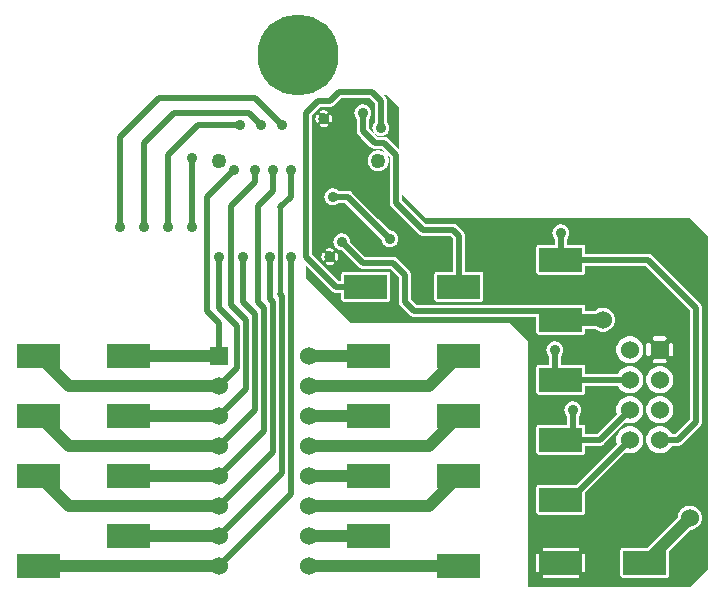
<source format=gbr>
G04 start of page 2 for group 0 idx 0 *
G04 Title: (unknown), top *
G04 Creator: pcb 20110918 *
G04 CreationDate: Mon Sep 15 22:10:26 2014 UTC *
G04 For: fosse *
G04 Format: Gerber/RS-274X *
G04 PCB-Dimensions: 375000 325000 *
G04 PCB-Coordinate-Origin: lower left *
%MOIN*%
%FSLAX25Y25*%
%LNTOP*%
%ADD146C,0.0354*%
%ADD145C,0.1160*%
%ADD144C,0.0380*%
%ADD143C,0.0280*%
%ADD142C,0.0350*%
%ADD141C,0.0360*%
%ADD140R,0.0807X0.0807*%
%ADD139C,0.0494*%
%ADD138C,0.2700*%
%ADD137C,0.0600*%
%ADD136C,0.0400*%
%ADD135C,0.0150*%
%ADD134C,0.0200*%
%ADD133C,0.0001*%
G54D133*G36*
X233194Y224197D02*X239444Y217947D01*
Y181603D01*
X234616Y176775D01*
X233486D01*
X233466Y176824D01*
X233194Y177268D01*
Y182282D01*
X233466Y182726D01*
X233737Y183380D01*
X233902Y184069D01*
X233944Y184775D01*
X233902Y185481D01*
X233737Y186170D01*
X233466Y186824D01*
X233194Y187268D01*
Y192282D01*
X233466Y192726D01*
X233737Y193380D01*
X233902Y194069D01*
X233944Y194775D01*
X233902Y195481D01*
X233737Y196170D01*
X233466Y196824D01*
X233194Y197268D01*
Y202523D01*
X233312Y202532D01*
X233426Y202560D01*
X233536Y202605D01*
X233636Y202666D01*
X233726Y202743D01*
X233803Y202833D01*
X233864Y202933D01*
X233909Y203043D01*
X233937Y203157D01*
X233944Y203275D01*
Y206275D01*
X233937Y206393D01*
X233909Y206507D01*
X233864Y206617D01*
X233803Y206717D01*
X233726Y206807D01*
X233636Y206884D01*
X233536Y206945D01*
X233426Y206990D01*
X233312Y207018D01*
X233194Y207027D01*
Y224197D01*
G37*
G36*
Y187268D02*X233096Y187428D01*
X232636Y187967D01*
X232097Y188427D01*
X231493Y188797D01*
X230839Y189068D01*
X230150Y189233D01*
X229851Y189257D01*
Y190293D01*
X230150Y190317D01*
X230839Y190482D01*
X231493Y190753D01*
X232097Y191123D01*
X232636Y191583D01*
X233096Y192122D01*
X233194Y192282D01*
Y187268D01*
G37*
G36*
Y177268D02*X233096Y177428D01*
X232636Y177967D01*
X232097Y178427D01*
X231493Y178797D01*
X230839Y179068D01*
X230150Y179233D01*
X229851Y179257D01*
Y180293D01*
X230150Y180317D01*
X230839Y180482D01*
X231493Y180753D01*
X232097Y181123D01*
X232636Y181583D01*
X233096Y182122D01*
X233194Y182282D01*
Y177268D01*
G37*
G36*
X229851Y227539D02*X233194Y224197D01*
Y207027D01*
X233076Y207018D01*
X232962Y206990D01*
X232852Y206945D01*
X232752Y206884D01*
X232662Y206807D01*
X232585Y206717D01*
X232524Y206617D01*
X232479Y206507D01*
X232451Y206393D01*
X232444Y206275D01*
Y203275D01*
X232451Y203157D01*
X232479Y203043D01*
X232524Y202933D01*
X232585Y202833D01*
X232662Y202743D01*
X232752Y202666D01*
X232852Y202605D01*
X232962Y202560D01*
X233076Y202532D01*
X233194Y202523D01*
Y197268D01*
X233096Y197428D01*
X232636Y197967D01*
X232097Y198427D01*
X231493Y198797D01*
X230839Y199068D01*
X230150Y199233D01*
X229851Y199257D01*
Y200275D01*
X230944D01*
X231062Y200282D01*
X231176Y200310D01*
X231286Y200355D01*
X231386Y200416D01*
X231476Y200493D01*
X231553Y200583D01*
X231614Y200683D01*
X231659Y200793D01*
X231687Y200907D01*
X231696Y201025D01*
X231687Y201143D01*
X231659Y201257D01*
X231614Y201367D01*
X231553Y201467D01*
X231476Y201557D01*
X231386Y201634D01*
X231286Y201695D01*
X231176Y201740D01*
X231062Y201768D01*
X230944Y201775D01*
X229851D01*
Y207775D01*
X230944D01*
X231062Y207782D01*
X231176Y207810D01*
X231286Y207855D01*
X231386Y207916D01*
X231476Y207993D01*
X231553Y208083D01*
X231614Y208183D01*
X231659Y208293D01*
X231687Y208407D01*
X231696Y208525D01*
X231687Y208643D01*
X231659Y208757D01*
X231614Y208867D01*
X231553Y208967D01*
X231476Y209057D01*
X231386Y209134D01*
X231286Y209195D01*
X231176Y209240D01*
X231062Y209268D01*
X230944Y209275D01*
X229851D01*
Y227539D01*
G37*
G36*
Y248775D02*X239444D01*
X245444Y242775D01*
Y131775D01*
X239444Y125775D01*
X229851D01*
Y128748D01*
X231785Y128749D01*
X231938Y128786D01*
X232084Y128846D01*
X232218Y128928D01*
X232338Y129030D01*
X232440Y129150D01*
X232522Y129284D01*
X232582Y129430D01*
X232619Y129583D01*
X232628Y129740D01*
X232620Y137708D01*
X239694Y144782D01*
X240072Y144812D01*
X240684Y144959D01*
X241266Y145200D01*
X241802Y145529D01*
X242281Y145938D01*
X242690Y146417D01*
X243019Y146953D01*
X243260Y147535D01*
X243407Y148147D01*
X243444Y148775D01*
X243407Y149403D01*
X243260Y150015D01*
X243019Y150597D01*
X242690Y151133D01*
X242281Y151612D01*
X241802Y152021D01*
X241266Y152350D01*
X240684Y152591D01*
X240072Y152738D01*
X239444Y152787D01*
X238816Y152738D01*
X238204Y152591D01*
X237622Y152350D01*
X237086Y152021D01*
X236607Y151612D01*
X236198Y151133D01*
X235869Y150597D01*
X235628Y150015D01*
X235481Y149403D01*
X235451Y149025D01*
X229851Y143425D01*
Y170293D01*
X230150Y170317D01*
X230839Y170482D01*
X231493Y170753D01*
X232097Y171123D01*
X232636Y171583D01*
X233096Y172122D01*
X233466Y172726D01*
X233486Y172775D01*
X235366D01*
X235444Y172769D01*
X235758Y172794D01*
X235758Y172794D01*
X236064Y172867D01*
X236355Y172987D01*
X236623Y173152D01*
X236863Y173356D01*
X236914Y173416D01*
X242803Y179305D01*
X242863Y179356D01*
X243067Y179596D01*
X243067Y179596D01*
X243232Y179864D01*
X243352Y180155D01*
X243425Y180461D01*
X243450Y180775D01*
X243444Y180853D01*
Y218697D01*
X243450Y218775D01*
X243425Y219089D01*
X243425Y219089D01*
X243352Y219395D01*
X243232Y219686D01*
X243067Y219954D01*
X242863Y220194D01*
X242803Y220245D01*
X229851Y233196D01*
Y248775D01*
G37*
G36*
X225694Y172282D02*X225792Y172122D01*
X226252Y171583D01*
X226791Y171123D01*
X227395Y170753D01*
X228049Y170482D01*
X228738Y170317D01*
X229444Y170261D01*
X229851Y170293D01*
Y143425D01*
X225694Y139268D01*
Y172282D01*
G37*
G36*
Y182282D02*X225792Y182122D01*
X226252Y181583D01*
X226791Y181123D01*
X227395Y180753D01*
X228049Y180482D01*
X228738Y180317D01*
X229444Y180261D01*
X229851Y180293D01*
Y179257D01*
X229444Y179289D01*
X228738Y179233D01*
X228049Y179068D01*
X227395Y178797D01*
X226791Y178427D01*
X226252Y177967D01*
X225792Y177428D01*
X225694Y177268D01*
Y182282D01*
G37*
G36*
Y192282D02*X225792Y192122D01*
X226252Y191583D01*
X226791Y191123D01*
X227395Y190753D01*
X228049Y190482D01*
X228738Y190317D01*
X229444Y190261D01*
X229851Y190293D01*
Y189257D01*
X229444Y189289D01*
X228738Y189233D01*
X228049Y189068D01*
X227395Y188797D01*
X226791Y188427D01*
X226252Y187967D01*
X225792Y187428D01*
X225694Y187268D01*
Y192282D01*
G37*
G36*
Y231697D02*X229851Y227539D01*
Y209275D01*
X227944D01*
X227826Y209268D01*
X227712Y209240D01*
X227602Y209195D01*
X227502Y209134D01*
X227412Y209057D01*
X227335Y208967D01*
X227274Y208867D01*
X227229Y208757D01*
X227201Y208643D01*
X227192Y208525D01*
X227201Y208407D01*
X227229Y208293D01*
X227274Y208183D01*
X227335Y208083D01*
X227412Y207993D01*
X227502Y207916D01*
X227602Y207855D01*
X227712Y207810D01*
X227826Y207782D01*
X227944Y207775D01*
X229851D01*
Y201775D01*
X227944D01*
X227826Y201768D01*
X227712Y201740D01*
X227602Y201695D01*
X227502Y201634D01*
X227412Y201557D01*
X227335Y201467D01*
X227274Y201367D01*
X227229Y201257D01*
X227201Y201143D01*
X227192Y201025D01*
X227201Y200907D01*
X227229Y200793D01*
X227274Y200683D01*
X227335Y200583D01*
X227412Y200493D01*
X227502Y200416D01*
X227602Y200355D01*
X227712Y200310D01*
X227826Y200282D01*
X227944Y200275D01*
X229851D01*
Y199257D01*
X229444Y199289D01*
X228738Y199233D01*
X228049Y199068D01*
X227395Y198797D01*
X226791Y198427D01*
X226252Y197967D01*
X225792Y197428D01*
X225694Y197268D01*
Y202523D01*
X225812Y202532D01*
X225926Y202560D01*
X226036Y202605D01*
X226136Y202666D01*
X226226Y202743D01*
X226303Y202833D01*
X226364Y202933D01*
X226409Y203043D01*
X226437Y203157D01*
X226444Y203275D01*
Y206275D01*
X226437Y206393D01*
X226409Y206507D01*
X226364Y206617D01*
X226303Y206717D01*
X226226Y206807D01*
X226136Y206884D01*
X226036Y206945D01*
X225926Y206990D01*
X225812Y207018D01*
X225694Y207027D01*
Y231697D01*
G37*
G36*
X229851Y125775D02*X225694D01*
Y128745D01*
X229851Y128748D01*
Y125775D01*
G37*
G36*
X219437Y170262D02*X219444Y170261D01*
X220150Y170317D01*
X220839Y170482D01*
X221493Y170753D01*
X222097Y171123D01*
X222636Y171583D01*
X223096Y172122D01*
X223466Y172726D01*
X223737Y173380D01*
X223902Y174069D01*
X223944Y174775D01*
X223902Y175481D01*
X223737Y176170D01*
X223466Y176824D01*
X223096Y177428D01*
X222636Y177967D01*
X222097Y178427D01*
X221493Y178797D01*
X220839Y179068D01*
X220150Y179233D01*
X219444Y179289D01*
X219437Y179288D01*
Y180262D01*
X219444Y180261D01*
X220150Y180317D01*
X220839Y180482D01*
X221493Y180753D01*
X222097Y181123D01*
X222636Y181583D01*
X223096Y182122D01*
X223466Y182726D01*
X223737Y183380D01*
X223902Y184069D01*
X223944Y184775D01*
X223902Y185481D01*
X223737Y186170D01*
X223466Y186824D01*
X223096Y187428D01*
X222636Y187967D01*
X222097Y188427D01*
X221493Y188797D01*
X220839Y189068D01*
X220150Y189233D01*
X219444Y189289D01*
X219437Y189288D01*
Y190262D01*
X219444Y190261D01*
X220150Y190317D01*
X220839Y190482D01*
X221493Y190753D01*
X222097Y191123D01*
X222636Y191583D01*
X223096Y192122D01*
X223466Y192726D01*
X223737Y193380D01*
X223902Y194069D01*
X223944Y194775D01*
X223902Y195481D01*
X223737Y196170D01*
X223466Y196824D01*
X223096Y197428D01*
X222636Y197967D01*
X222097Y198427D01*
X221493Y198797D01*
X220839Y199068D01*
X220150Y199233D01*
X219444Y199289D01*
X219437Y199288D01*
Y200262D01*
X219444Y200261D01*
X220150Y200317D01*
X220839Y200482D01*
X221493Y200753D01*
X222097Y201123D01*
X222636Y201583D01*
X223096Y202122D01*
X223466Y202726D01*
X223737Y203380D01*
X223902Y204069D01*
X223944Y204775D01*
X223902Y205481D01*
X223737Y206170D01*
X223466Y206824D01*
X223096Y207428D01*
X222636Y207967D01*
X222097Y208427D01*
X221493Y208797D01*
X220839Y209068D01*
X220150Y209233D01*
X219444Y209289D01*
X219437Y209288D01*
Y232775D01*
X224616D01*
X225694Y231697D01*
Y207027D01*
X225576Y207018D01*
X225462Y206990D01*
X225352Y206945D01*
X225252Y206884D01*
X225162Y206807D01*
X225085Y206717D01*
X225024Y206617D01*
X224979Y206507D01*
X224951Y206393D01*
X224944Y206275D01*
Y203275D01*
X224951Y203157D01*
X224979Y203043D01*
X225024Y202933D01*
X225085Y202833D01*
X225162Y202743D01*
X225252Y202666D01*
X225352Y202605D01*
X225462Y202560D01*
X225576Y202532D01*
X225694Y202523D01*
Y197268D01*
X225422Y196824D01*
X225151Y196170D01*
X224986Y195481D01*
X224930Y194775D01*
X224986Y194069D01*
X225151Y193380D01*
X225422Y192726D01*
X225694Y192282D01*
Y187268D01*
X225422Y186824D01*
X225151Y186170D01*
X224986Y185481D01*
X224930Y184775D01*
X224986Y184069D01*
X225151Y183380D01*
X225422Y182726D01*
X225694Y182282D01*
Y177268D01*
X225422Y176824D01*
X225151Y176170D01*
X224986Y175481D01*
X224930Y174775D01*
X224986Y174069D01*
X225151Y173380D01*
X225422Y172726D01*
X225694Y172282D01*
Y139268D01*
X225233Y138806D01*
X219437Y138803D01*
Y170262D01*
G37*
G36*
X225694Y125775D02*X219437D01*
Y128741D01*
X225694Y128745D01*
Y125775D01*
G37*
G36*
X219437Y199288D02*X218738Y199233D01*
X218049Y199068D01*
X217395Y198797D01*
X216791Y198427D01*
X216252Y197967D01*
X215792Y197428D01*
X215422Y196824D01*
X215402Y196775D01*
X204622D01*
X204619Y198967D01*
X204582Y199120D01*
X204522Y199266D01*
X204440Y199400D01*
X204338Y199520D01*
X204218Y199622D01*
X204084Y199704D01*
X203938Y199764D01*
X203785Y199801D01*
X203628Y199810D01*
X196444Y199806D01*
Y202805D01*
X196716Y203124D01*
X196947Y203500D01*
X197115Y203907D01*
X197218Y204336D01*
X197244Y204775D01*
X197218Y205214D01*
X197115Y205643D01*
X196947Y206050D01*
X196716Y206426D01*
X196444Y206745D01*
Y209744D01*
X203785Y209749D01*
X203938Y209786D01*
X204084Y209846D01*
X204218Y209928D01*
X204338Y210030D01*
X204440Y210150D01*
X204522Y210284D01*
X204582Y210430D01*
X204619Y210583D01*
X204628Y210740D01*
X204627Y211775D01*
X207798D01*
X208086Y211529D01*
X208622Y211200D01*
X209204Y210959D01*
X209816Y210812D01*
X210444Y210763D01*
X211072Y210812D01*
X211684Y210959D01*
X212266Y211200D01*
X212802Y211529D01*
X213281Y211938D01*
X213690Y212417D01*
X214019Y212953D01*
X214260Y213535D01*
X214407Y214147D01*
X214444Y214775D01*
X214407Y215403D01*
X214260Y216015D01*
X214019Y216597D01*
X213690Y217133D01*
X213281Y217612D01*
X212802Y218021D01*
X212266Y218350D01*
X211684Y218591D01*
X211072Y218738D01*
X210444Y218787D01*
X209816Y218738D01*
X209204Y218591D01*
X208622Y218350D01*
X208086Y218021D01*
X207798Y217775D01*
X204621D01*
X204619Y218967D01*
X204582Y219120D01*
X204522Y219266D01*
X204440Y219400D01*
X204338Y219520D01*
X204218Y219622D01*
X204084Y219704D01*
X203938Y219764D01*
X203785Y219801D01*
X203628Y219810D01*
X196444Y219806D01*
Y229744D01*
X203785Y229749D01*
X203938Y229786D01*
X204084Y229846D01*
X204218Y229928D01*
X204338Y230030D01*
X204440Y230150D01*
X204522Y230284D01*
X204582Y230430D01*
X204619Y230583D01*
X204628Y230740D01*
X204626Y232775D01*
X219437D01*
Y209288D01*
X218738Y209233D01*
X218049Y209068D01*
X217395Y208797D01*
X216791Y208427D01*
X216252Y207967D01*
X215792Y207428D01*
X215422Y206824D01*
X215151Y206170D01*
X214986Y205481D01*
X214930Y204775D01*
X214986Y204069D01*
X215151Y203380D01*
X215422Y202726D01*
X215792Y202122D01*
X216252Y201583D01*
X216791Y201123D01*
X217395Y200753D01*
X218049Y200482D01*
X218738Y200317D01*
X219437Y200262D01*
Y199288D01*
G37*
G36*
Y189288D02*X218738Y189233D01*
X218049Y189068D01*
X217395Y188797D01*
X216791Y188427D01*
X216252Y187967D01*
X215792Y187428D01*
X215422Y186824D01*
X215151Y186170D01*
X214986Y185481D01*
X214930Y184775D01*
X214986Y184069D01*
X215151Y183380D01*
X215171Y183331D01*
X208616Y176775D01*
X204622D01*
X204619Y178967D01*
X204582Y179120D01*
X204522Y179266D01*
X204440Y179400D01*
X204338Y179520D01*
X204218Y179622D01*
X204084Y179704D01*
X203938Y179764D01*
X203785Y179801D01*
X203628Y179810D01*
X202444Y179810D01*
Y182805D01*
X202716Y183124D01*
X202947Y183500D01*
X203115Y183907D01*
X203218Y184336D01*
X203244Y184775D01*
X203218Y185214D01*
X203115Y185643D01*
X202947Y186050D01*
X202716Y186426D01*
X202430Y186761D01*
X202095Y187047D01*
X201719Y187278D01*
X201312Y187446D01*
X200883Y187549D01*
X200444Y187584D01*
X200005Y187549D01*
X199576Y187446D01*
X199169Y187278D01*
X198793Y187047D01*
X198458Y186761D01*
X198172Y186426D01*
X197941Y186050D01*
X197773Y185643D01*
X197670Y185214D01*
X197635Y184775D01*
X197670Y184336D01*
X197773Y183907D01*
X197941Y183500D01*
X198172Y183124D01*
X198444Y182805D01*
Y179807D01*
X196444Y179806D01*
Y189744D01*
X203785Y189749D01*
X203938Y189786D01*
X204084Y189846D01*
X204218Y189928D01*
X204338Y190030D01*
X204440Y190150D01*
X204522Y190284D01*
X204582Y190430D01*
X204619Y190583D01*
X204628Y190740D01*
X204626Y192775D01*
X215402D01*
X215422Y192726D01*
X215792Y192122D01*
X216252Y191583D01*
X216791Y191123D01*
X217395Y190753D01*
X218049Y190482D01*
X218738Y190317D01*
X219437Y190262D01*
Y189288D01*
G37*
G36*
Y179288D02*X218738Y179233D01*
X218049Y179068D01*
X217395Y178797D01*
X216791Y178427D01*
X216252Y177967D01*
X215792Y177428D01*
X215422Y176824D01*
X215151Y176170D01*
X214986Y175481D01*
X214930Y174775D01*
X214986Y174069D01*
X215151Y173380D01*
X215171Y173331D01*
X201650Y159809D01*
X196444Y159806D01*
Y169744D01*
X203785Y169749D01*
X203938Y169786D01*
X204084Y169846D01*
X204218Y169928D01*
X204338Y170030D01*
X204440Y170150D01*
X204522Y170284D01*
X204582Y170430D01*
X204619Y170583D01*
X204628Y170740D01*
X204626Y172775D01*
X209366D01*
X209444Y172769D01*
X209758Y172794D01*
X210064Y172867D01*
X210355Y172987D01*
X210623Y173152D01*
X210863Y173356D01*
X210914Y173416D01*
X218000Y180502D01*
X218049Y180482D01*
X218738Y180317D01*
X219437Y180262D01*
Y179288D01*
G37*
G36*
Y125775D02*X196444D01*
Y128744D01*
X203785Y128749D01*
X203938Y128786D01*
X204084Y128846D01*
X204218Y128928D01*
X204338Y129030D01*
X204440Y129150D01*
X204522Y129284D01*
X204582Y129430D01*
X204619Y129583D01*
X204628Y129740D01*
X204619Y137967D01*
X204582Y138120D01*
X204522Y138266D01*
X204440Y138400D01*
X204338Y138520D01*
X204218Y138622D01*
X204084Y138704D01*
X203938Y138764D01*
X203785Y138801D01*
X203628Y138810D01*
X196444Y138806D01*
Y149744D01*
X203785Y149749D01*
X203938Y149786D01*
X204084Y149846D01*
X204218Y149928D01*
X204338Y150030D01*
X204440Y150150D01*
X204522Y150284D01*
X204582Y150430D01*
X204619Y150583D01*
X204628Y150740D01*
X204621Y157124D01*
X218000Y170502D01*
X218049Y170482D01*
X218738Y170317D01*
X219437Y170262D01*
Y138803D01*
X217102Y138801D01*
X216949Y138764D01*
X216803Y138704D01*
X216669Y138622D01*
X216549Y138520D01*
X216447Y138400D01*
X216365Y138266D01*
X216305Y138120D01*
X216268Y137967D01*
X216258Y137810D01*
X216268Y129583D01*
X216305Y129430D01*
X216365Y129284D01*
X216447Y129150D01*
X216549Y129030D01*
X216669Y128928D01*
X216803Y128846D01*
X216949Y128786D01*
X217102Y128749D01*
X217258Y128740D01*
X219437Y128741D01*
Y125775D01*
G37*
G36*
X196444Y248775D02*X229851D01*
Y233196D01*
X226914Y236134D01*
X226863Y236194D01*
X226623Y236398D01*
X226623Y236398D01*
X226355Y236563D01*
X226064Y236683D01*
X225758Y236756D01*
X225444Y236781D01*
X225366Y236775D01*
X204622D01*
X204619Y238967D01*
X204582Y239120D01*
X204522Y239266D01*
X204440Y239400D01*
X204338Y239520D01*
X204218Y239622D01*
X204084Y239704D01*
X203938Y239764D01*
X203785Y239801D01*
X203628Y239810D01*
X198444Y239807D01*
Y241805D01*
X198716Y242124D01*
X198947Y242500D01*
X199115Y242907D01*
X199218Y243336D01*
X199244Y243775D01*
X199218Y244214D01*
X199115Y244643D01*
X198947Y245050D01*
X198716Y245426D01*
X198430Y245761D01*
X198095Y246047D01*
X197719Y246278D01*
X197312Y246446D01*
X196883Y246549D01*
X196444Y246584D01*
X196444Y246584D01*
Y248775D01*
G37*
G36*
X129940Y288775D02*X132616D01*
X134444Y286947D01*
Y280745D01*
X134172Y280426D01*
X133941Y280050D01*
X133773Y279643D01*
X133670Y279214D01*
X133635Y278775D01*
X133670Y278336D01*
X133773Y277907D01*
X133941Y277500D01*
X134172Y277124D01*
X134458Y276789D01*
X134793Y276503D01*
X135169Y276272D01*
X135576Y276104D01*
X136005Y276001D01*
X136444Y275966D01*
X136883Y276001D01*
X137312Y276104D01*
X137719Y276272D01*
X138095Y276503D01*
X138430Y276789D01*
X138716Y277124D01*
X138947Y277500D01*
X139115Y277907D01*
X139218Y278336D01*
X139244Y278775D01*
X139218Y279214D01*
X139115Y279643D01*
X138947Y280050D01*
X138716Y280426D01*
X138444Y280745D01*
Y287697D01*
X138450Y287775D01*
X138425Y288089D01*
X138352Y288395D01*
X138232Y288686D01*
X138067Y288954D01*
X138067Y288954D01*
X137863Y289194D01*
X137803Y289245D01*
X135272Y291775D01*
X135444D01*
X137444Y289775D01*
X138444D01*
X142444Y285775D01*
Y271603D01*
X138914Y275134D01*
X138863Y275194D01*
X138623Y275398D01*
X138355Y275563D01*
X138064Y275683D01*
X137758Y275756D01*
X137758Y275756D01*
X137444Y275781D01*
X137366Y275775D01*
X135272D01*
X132444Y278603D01*
Y281805D01*
X132716Y282124D01*
X132947Y282500D01*
X133115Y282907D01*
X133218Y283336D01*
X133244Y283775D01*
X133218Y284214D01*
X133115Y284643D01*
X132947Y285050D01*
X132716Y285426D01*
X132430Y285761D01*
X132095Y286047D01*
X131719Y286278D01*
X131312Y286446D01*
X130883Y286549D01*
X130444Y286584D01*
X130005Y286549D01*
X129940Y286533D01*
Y288775D01*
G37*
G36*
Y231839D02*X130130Y231794D01*
X130444Y231769D01*
X130522Y231775D01*
X139616D01*
X142444Y228947D01*
Y220853D01*
X142438Y220775D01*
X142463Y220461D01*
X142536Y220155D01*
X142656Y219864D01*
X142821Y219596D01*
X142821Y219596D01*
X143025Y219356D01*
X143085Y219305D01*
X145974Y216416D01*
X146025Y216356D01*
X146265Y216152D01*
X146265Y216152D01*
X146533Y215987D01*
X146739Y215902D01*
X146824Y215867D01*
X146898Y215849D01*
X147130Y215794D01*
X147444Y215769D01*
X147522Y215775D01*
X188262D01*
X188268Y210583D01*
X188305Y210430D01*
X188365Y210284D01*
X188447Y210150D01*
X188549Y210030D01*
X188669Y209928D01*
X188803Y209846D01*
X188949Y209786D01*
X189102Y209749D01*
X189258Y209740D01*
X196444Y209744D01*
Y206745D01*
X196430Y206761D01*
X196095Y207047D01*
X195719Y207278D01*
X195312Y207446D01*
X194883Y207549D01*
X194444Y207584D01*
X194005Y207549D01*
X193576Y207446D01*
X193169Y207278D01*
X192793Y207047D01*
X192458Y206761D01*
X192172Y206426D01*
X191941Y206050D01*
X191773Y205643D01*
X191670Y205214D01*
X191635Y204775D01*
X191670Y204336D01*
X191773Y203907D01*
X191941Y203500D01*
X192172Y203124D01*
X192444Y202805D01*
Y199803D01*
X189102Y199801D01*
X188949Y199764D01*
X188803Y199704D01*
X188669Y199622D01*
X188549Y199520D01*
X188447Y199400D01*
X188365Y199266D01*
X188305Y199120D01*
X188268Y198967D01*
X188258Y198810D01*
X188268Y190583D01*
X188305Y190430D01*
X188365Y190284D01*
X188447Y190150D01*
X188549Y190030D01*
X188669Y189928D01*
X188803Y189846D01*
X188949Y189786D01*
X189102Y189749D01*
X189258Y189740D01*
X196444Y189744D01*
Y179806D01*
X189102Y179801D01*
X188949Y179764D01*
X188803Y179704D01*
X188669Y179622D01*
X188549Y179520D01*
X188447Y179400D01*
X188365Y179266D01*
X188305Y179120D01*
X188268Y178967D01*
X188258Y178810D01*
X188268Y170583D01*
X188305Y170430D01*
X188365Y170284D01*
X188447Y170150D01*
X188549Y170030D01*
X188669Y169928D01*
X188803Y169846D01*
X188949Y169786D01*
X189102Y169749D01*
X189258Y169740D01*
X196444Y169744D01*
Y159806D01*
X189102Y159801D01*
X188949Y159764D01*
X188803Y159704D01*
X188669Y159622D01*
X188549Y159520D01*
X188447Y159400D01*
X188365Y159266D01*
X188305Y159120D01*
X188268Y158967D01*
X188258Y158810D01*
X188268Y150583D01*
X188305Y150430D01*
X188365Y150284D01*
X188447Y150150D01*
X188549Y150030D01*
X188669Y149928D01*
X188803Y149846D01*
X188949Y149786D01*
X189102Y149749D01*
X189258Y149740D01*
X196444Y149744D01*
Y138806D01*
X189102Y138801D01*
X188949Y138764D01*
X188803Y138704D01*
X188669Y138622D01*
X188549Y138520D01*
X188447Y138400D01*
X188365Y138266D01*
X188305Y138120D01*
X188268Y137967D01*
X188258Y137810D01*
X188268Y129583D01*
X188305Y129430D01*
X188365Y129284D01*
X188447Y129150D01*
X188549Y129030D01*
X188669Y128928D01*
X188803Y128846D01*
X188949Y128786D01*
X189102Y128749D01*
X189258Y128740D01*
X196444Y128744D01*
Y125775D01*
X185444D01*
Y207775D01*
X179444Y213775D01*
X129940D01*
Y220743D01*
X138785Y220749D01*
X138938Y220786D01*
X139084Y220846D01*
X139218Y220928D01*
X139338Y221030D01*
X139440Y221150D01*
X139522Y221284D01*
X139582Y221430D01*
X139619Y221583D01*
X139628Y221740D01*
X139619Y229967D01*
X139582Y230120D01*
X139522Y230266D01*
X139440Y230400D01*
X139338Y230520D01*
X139218Y230622D01*
X139084Y230704D01*
X138938Y230764D01*
X138785Y230801D01*
X138628Y230810D01*
X129940Y230805D01*
Y231839D01*
G37*
G36*
X154258Y229810D02*X154268Y221583D01*
X154305Y221430D01*
X154365Y221284D01*
X154447Y221150D01*
X154549Y221030D01*
X154669Y220928D01*
X154803Y220846D01*
X154949Y220786D01*
X155102Y220749D01*
X155258Y220740D01*
X169785Y220749D01*
X169938Y220786D01*
X170084Y220846D01*
X170218Y220928D01*
X170338Y221030D01*
X170440Y221150D01*
X170522Y221284D01*
X170582Y221430D01*
X170619Y221583D01*
X170628Y221740D01*
X170619Y229967D01*
X170582Y230120D01*
X170522Y230266D01*
X170440Y230400D01*
X170338Y230520D01*
X170218Y230622D01*
X170084Y230704D01*
X169938Y230764D01*
X169785Y230801D01*
X169628Y230810D01*
X164444Y230807D01*
Y242697D01*
X164450Y242775D01*
X164425Y243089D01*
X164352Y243395D01*
X164232Y243686D01*
X164067Y243954D01*
X164067Y243954D01*
X163863Y244194D01*
X163803Y244245D01*
X161914Y246134D01*
X161863Y246194D01*
X161623Y246398D01*
X161355Y246563D01*
X161064Y246683D01*
X160758Y246756D01*
X160758Y246756D01*
X160444Y246781D01*
X160366Y246775D01*
X151272D01*
X143444Y254603D01*
Y256775D01*
X151444Y248775D01*
X196444D01*
Y246584D01*
X196005Y246549D01*
X195576Y246446D01*
X195169Y246278D01*
X194793Y246047D01*
X194458Y245761D01*
X194172Y245426D01*
X193941Y245050D01*
X193773Y244643D01*
X193670Y244214D01*
X193635Y243775D01*
X193670Y243336D01*
X193773Y242907D01*
X193941Y242500D01*
X194172Y242124D01*
X194444Y241805D01*
Y239805D01*
X189102Y239801D01*
X188949Y239764D01*
X188803Y239704D01*
X188669Y239622D01*
X188549Y239520D01*
X188447Y239400D01*
X188365Y239266D01*
X188305Y239120D01*
X188268Y238967D01*
X188258Y238810D01*
X188268Y230583D01*
X188305Y230430D01*
X188365Y230284D01*
X188447Y230150D01*
X188549Y230030D01*
X188669Y229928D01*
X188803Y229846D01*
X188949Y229786D01*
X189102Y229749D01*
X189258Y229740D01*
X196444Y229744D01*
Y219806D01*
X189102Y219801D01*
X188992Y219775D01*
X148272D01*
X146444Y221603D01*
Y229697D01*
X146450Y229775D01*
X146425Y230089D01*
X146352Y230395D01*
X146232Y230686D01*
X146067Y230954D01*
X146067Y230954D01*
X145863Y231194D01*
X145803Y231245D01*
X141914Y235134D01*
X141863Y235194D01*
X141623Y235398D01*
X141355Y235563D01*
X141064Y235683D01*
X140758Y235756D01*
X140758Y235756D01*
X140444Y235781D01*
X140366Y235775D01*
X135569D01*
Y242822D01*
X136637Y241754D01*
X136670Y241336D01*
X136773Y240907D01*
X136941Y240500D01*
X137172Y240124D01*
X137458Y239789D01*
X137793Y239503D01*
X138169Y239272D01*
X138576Y239104D01*
X139005Y239001D01*
X139444Y238966D01*
X139883Y239001D01*
X140312Y239104D01*
X140719Y239272D01*
X141095Y239503D01*
X141430Y239789D01*
X141716Y240124D01*
X141947Y240500D01*
X142115Y240907D01*
X142218Y241336D01*
X142244Y241775D01*
X142218Y242214D01*
X142115Y242643D01*
X141947Y243050D01*
X141716Y243426D01*
X141430Y243761D01*
X141095Y244047D01*
X140719Y244278D01*
X140312Y244446D01*
X139883Y244549D01*
X139465Y244582D01*
X135569Y248479D01*
Y264313D01*
X135574Y264313D01*
X136119Y264356D01*
X136650Y264483D01*
X137155Y264692D01*
X137621Y264978D01*
X138036Y265333D01*
X138391Y265748D01*
X138677Y266214D01*
X138886Y266719D01*
X139013Y267250D01*
X139046Y267795D01*
X139013Y268340D01*
X138886Y268871D01*
X138677Y269376D01*
X138391Y269842D01*
X138036Y270257D01*
X137621Y270612D01*
X137155Y270898D01*
X136650Y271107D01*
X136119Y271234D01*
X135574Y271277D01*
X135569Y271277D01*
Y271775D01*
X136616D01*
X139444Y268947D01*
Y253853D01*
X139438Y253775D01*
X139463Y253461D01*
X139536Y253155D01*
X139656Y252864D01*
X139821Y252596D01*
X139821Y252596D01*
X140025Y252356D01*
X140085Y252305D01*
X148974Y243416D01*
X149025Y243356D01*
X149265Y243152D01*
X149265Y243152D01*
X149533Y242987D01*
X149739Y242902D01*
X149824Y242867D01*
X149898Y242849D01*
X150130Y242794D01*
X150444Y242769D01*
X150522Y242775D01*
X159616D01*
X160444Y241947D01*
Y230805D01*
X155102Y230801D01*
X154949Y230764D01*
X154803Y230704D01*
X154669Y230622D01*
X154549Y230520D01*
X154447Y230400D01*
X154365Y230266D01*
X154305Y230120D01*
X154268Y229967D01*
X154258Y229810D01*
G37*
G36*
X135569Y248479D02*X129940Y254108D01*
Y275451D01*
X132974Y272416D01*
X133025Y272356D01*
X133265Y272152D01*
X133265Y272152D01*
X133533Y271987D01*
X133739Y271902D01*
X133824Y271867D01*
X133898Y271849D01*
X134130Y271794D01*
X134444Y271769D01*
X134522Y271775D01*
X135569D01*
Y271277D01*
X135029Y271234D01*
X134498Y271107D01*
X133993Y270898D01*
X133527Y270612D01*
X133112Y270257D01*
X132757Y269842D01*
X132471Y269376D01*
X132262Y268871D01*
X132135Y268340D01*
X132092Y267795D01*
X132135Y267250D01*
X132262Y266719D01*
X132471Y266214D01*
X132757Y265748D01*
X133112Y265333D01*
X133527Y264978D01*
X133993Y264692D01*
X134498Y264483D01*
X135029Y264356D01*
X135569Y264313D01*
Y248479D01*
G37*
G36*
Y235775D02*X131272D01*
X129940Y237108D01*
Y248451D01*
X135569Y242822D01*
Y235775D01*
G37*
G36*
X129940Y213775D02*X126444D01*
X111444Y228775D01*
Y232947D01*
X119974Y224416D01*
X120025Y224356D01*
X120265Y224152D01*
X120265Y224152D01*
X120533Y223987D01*
X120739Y223902D01*
X120824Y223867D01*
X120898Y223849D01*
X121130Y223794D01*
X121444Y223769D01*
X121522Y223775D01*
X123265D01*
X123268Y221583D01*
X123305Y221430D01*
X123365Y221284D01*
X123447Y221150D01*
X123549Y221030D01*
X123669Y220928D01*
X123803Y220846D01*
X123949Y220786D01*
X124102Y220749D01*
X124258Y220740D01*
X129940Y220743D01*
Y213775D01*
G37*
G36*
X119445Y285769D02*X119758Y285794D01*
X120064Y285867D01*
X120355Y285987D01*
X120623Y286152D01*
X120863Y286356D01*
X120914Y286416D01*
X123272Y288775D01*
X129940D01*
Y286533D01*
X129576Y286446D01*
X129169Y286278D01*
X128793Y286047D01*
X128458Y285761D01*
X128172Y285426D01*
X127941Y285050D01*
X127773Y284643D01*
X127670Y284214D01*
X127635Y283775D01*
X127670Y283336D01*
X127773Y282907D01*
X127941Y282500D01*
X128172Y282124D01*
X128444Y281805D01*
Y277853D01*
X128438Y277775D01*
X128463Y277461D01*
X128518Y277229D01*
X128536Y277155D01*
X128571Y277070D01*
X128656Y276864D01*
X128821Y276596D01*
X128821Y276596D01*
X129025Y276356D01*
X129085Y276305D01*
X129940Y275451D01*
Y254108D01*
X126914Y257134D01*
X126863Y257194D01*
X126623Y257398D01*
X126355Y257563D01*
X126064Y257683D01*
X125758Y257756D01*
X125758Y257756D01*
X125444Y257781D01*
X125366Y257775D01*
X122414D01*
X122095Y258047D01*
X121719Y258278D01*
X121312Y258446D01*
X120883Y258549D01*
X120444Y258584D01*
X120005Y258549D01*
X119576Y258446D01*
X119445Y258392D01*
Y280510D01*
X119508Y280493D01*
X119586Y280484D01*
X119664Y280487D01*
X119742Y280503D01*
X119815Y280530D01*
X119884Y280569D01*
X119946Y280618D01*
X119999Y280676D01*
X120042Y280741D01*
X120074Y280813D01*
X120150Y281046D01*
X120204Y281286D01*
X120236Y281530D01*
X120247Y281775D01*
X120236Y282020D01*
X120204Y282264D01*
X120150Y282504D01*
X120076Y282738D01*
X120044Y282810D01*
X120000Y282875D01*
X119947Y282934D01*
X119885Y282983D01*
X119816Y283021D01*
X119742Y283049D01*
X119665Y283065D01*
X119586Y283068D01*
X119507Y283059D01*
X119445Y283041D01*
Y285769D01*
G37*
G36*
X121674Y238605D02*X121793Y238503D01*
X122169Y238272D01*
X122576Y238104D01*
X123005Y238001D01*
X123423Y237968D01*
X128974Y232416D01*
X129025Y232356D01*
X129265Y232152D01*
X129265Y232152D01*
X129533Y231987D01*
X129739Y231902D01*
X129824Y231867D01*
X129898Y231849D01*
X129940Y231839D01*
Y230805D01*
X124102Y230801D01*
X123949Y230764D01*
X123803Y230704D01*
X123669Y230622D01*
X123549Y230520D01*
X123447Y230400D01*
X123365Y230266D01*
X123305Y230120D01*
X123268Y229967D01*
X123258Y229810D01*
X123261Y227775D01*
X122272D01*
X121674Y228374D01*
Y234489D01*
X121742Y234503D01*
X121815Y234530D01*
X121884Y234569D01*
X121946Y234618D01*
X121999Y234676D01*
X122042Y234741D01*
X122074Y234813D01*
X122150Y235046D01*
X122204Y235286D01*
X122236Y235530D01*
X122247Y235775D01*
X122236Y236020D01*
X122204Y236264D01*
X122150Y236504D01*
X122076Y236738D01*
X122044Y236810D01*
X122000Y236875D01*
X121947Y236934D01*
X121885Y236983D01*
X121816Y237021D01*
X121742Y237049D01*
X121674Y237063D01*
Y238605D01*
G37*
G36*
X129940Y237108D02*X126242Y240805D01*
X126218Y241214D01*
X126115Y241643D01*
X125947Y242050D01*
X125716Y242426D01*
X125430Y242761D01*
X125095Y243047D01*
X124719Y243278D01*
X124312Y243446D01*
X123883Y243549D01*
X123444Y243584D01*
X123005Y243549D01*
X122576Y243446D01*
X122169Y243278D01*
X121793Y243047D01*
X121674Y242945D01*
Y253254D01*
X121719Y253272D01*
X122095Y253503D01*
X122414Y253775D01*
X124616D01*
X129940Y248451D01*
Y237108D01*
G37*
G36*
X121674Y242945D02*X121458Y242761D01*
X121172Y242426D01*
X120941Y242050D01*
X120773Y241643D01*
X120670Y241214D01*
X120635Y240775D01*
X120670Y240336D01*
X120773Y239907D01*
X120941Y239500D01*
X121172Y239124D01*
X121458Y238789D01*
X121674Y238605D01*
Y237063D01*
X121665Y237065D01*
X121586Y237068D01*
X121507Y237059D01*
X121431Y237038D01*
X121359Y237005D01*
X121294Y236961D01*
X121235Y236908D01*
X121186Y236846D01*
X121148Y236777D01*
X121120Y236703D01*
X121104Y236626D01*
X121101Y236547D01*
X121110Y236468D01*
X121133Y236393D01*
X121182Y236243D01*
X121216Y236089D01*
X121237Y235933D01*
X121244Y235775D01*
X121237Y235617D01*
X121216Y235461D01*
X121182Y235307D01*
X121134Y235157D01*
X121112Y235081D01*
X121103Y235003D01*
X121106Y234925D01*
X121122Y234848D01*
X121149Y234774D01*
X121188Y234705D01*
X121237Y234644D01*
X121295Y234590D01*
X121360Y234547D01*
X121432Y234514D01*
X121508Y234493D01*
X121586Y234484D01*
X121664Y234487D01*
X121674Y234489D01*
Y228374D01*
X119445Y230603D01*
Y232972D01*
X119689Y232983D01*
X119933Y233015D01*
X120173Y233069D01*
X120407Y233143D01*
X120479Y233175D01*
X120544Y233219D01*
X120603Y233272D01*
X120652Y233334D01*
X120690Y233403D01*
X120718Y233477D01*
X120734Y233554D01*
X120737Y233633D01*
X120728Y233712D01*
X120707Y233788D01*
X120674Y233860D01*
X120630Y233925D01*
X120577Y233984D01*
X120515Y234033D01*
X120446Y234071D01*
X120372Y234099D01*
X120295Y234115D01*
X120216Y234118D01*
X120137Y234109D01*
X120062Y234086D01*
X119912Y234037D01*
X119758Y234003D01*
X119602Y233982D01*
X119445Y233975D01*
Y237575D01*
X119602Y237568D01*
X119758Y237547D01*
X119912Y237513D01*
X120062Y237465D01*
X120138Y237443D01*
X120216Y237434D01*
X120294Y237437D01*
X120371Y237453D01*
X120445Y237480D01*
X120514Y237519D01*
X120575Y237568D01*
X120629Y237626D01*
X120672Y237691D01*
X120705Y237763D01*
X120726Y237839D01*
X120735Y237917D01*
X120732Y237995D01*
X120716Y238073D01*
X120689Y238146D01*
X120650Y238215D01*
X120601Y238277D01*
X120543Y238330D01*
X120478Y238373D01*
X120406Y238405D01*
X120173Y238481D01*
X119933Y238535D01*
X119689Y238567D01*
X119445Y238578D01*
Y253158D01*
X119576Y253104D01*
X120005Y253001D01*
X120444Y252966D01*
X120883Y253001D01*
X121312Y253104D01*
X121674Y253254D01*
Y242945D01*
G37*
G36*
X119445Y230603D02*X117214Y232833D01*
Y234487D01*
X117223Y234485D01*
X117302Y234482D01*
X117381Y234491D01*
X117457Y234512D01*
X117529Y234545D01*
X117594Y234589D01*
X117653Y234642D01*
X117702Y234704D01*
X117740Y234773D01*
X117768Y234847D01*
X117784Y234924D01*
X117787Y235003D01*
X117778Y235082D01*
X117755Y235157D01*
X117706Y235307D01*
X117672Y235461D01*
X117651Y235617D01*
X117644Y235775D01*
X117651Y235933D01*
X117672Y236089D01*
X117706Y236243D01*
X117754Y236393D01*
X117776Y236469D01*
X117785Y236547D01*
X117782Y236625D01*
X117766Y236702D01*
X117739Y236776D01*
X117700Y236845D01*
X117651Y236906D01*
X117593Y236960D01*
X117528Y237003D01*
X117456Y237036D01*
X117380Y237057D01*
X117302Y237066D01*
X117224Y237063D01*
X117214Y237061D01*
Y278982D01*
X117444Y278972D01*
X117689Y278983D01*
X117933Y279015D01*
X118173Y279069D01*
X118407Y279143D01*
X118479Y279175D01*
X118544Y279219D01*
X118603Y279272D01*
X118652Y279334D01*
X118690Y279403D01*
X118718Y279477D01*
X118734Y279554D01*
X118737Y279633D01*
X118728Y279712D01*
X118707Y279788D01*
X118674Y279860D01*
X118630Y279925D01*
X118577Y279984D01*
X118515Y280033D01*
X118446Y280071D01*
X118372Y280099D01*
X118295Y280115D01*
X118216Y280118D01*
X118137Y280109D01*
X118062Y280086D01*
X117912Y280037D01*
X117758Y280003D01*
X117602Y279982D01*
X117444Y279975D01*
X117286Y279982D01*
X117214Y279991D01*
Y283559D01*
X117286Y283568D01*
X117444Y283575D01*
X117602Y283568D01*
X117758Y283547D01*
X117912Y283513D01*
X118062Y283465D01*
X118138Y283443D01*
X118216Y283434D01*
X118294Y283437D01*
X118371Y283453D01*
X118445Y283480D01*
X118514Y283519D01*
X118575Y283568D01*
X118629Y283626D01*
X118672Y283691D01*
X118705Y283763D01*
X118726Y283839D01*
X118735Y283917D01*
X118732Y283995D01*
X118716Y284073D01*
X118689Y284146D01*
X118650Y284215D01*
X118601Y284277D01*
X118543Y284330D01*
X118478Y284373D01*
X118406Y284405D01*
X118173Y284481D01*
X117933Y284535D01*
X117689Y284567D01*
X117444Y284578D01*
X117214Y284568D01*
Y285775D01*
X119366D01*
X119444Y285769D01*
X119445Y285769D01*
Y283041D01*
X119431Y283038D01*
X119359Y283005D01*
X119294Y282961D01*
X119235Y282908D01*
X119186Y282846D01*
X119148Y282777D01*
X119120Y282703D01*
X119104Y282626D01*
X119101Y282547D01*
X119110Y282468D01*
X119133Y282393D01*
X119182Y282243D01*
X119216Y282089D01*
X119237Y281933D01*
X119244Y281775D01*
X119237Y281617D01*
X119216Y281461D01*
X119182Y281307D01*
X119134Y281157D01*
X119112Y281081D01*
X119103Y281003D01*
X119106Y280925D01*
X119122Y280848D01*
X119149Y280774D01*
X119188Y280705D01*
X119237Y280644D01*
X119295Y280590D01*
X119360Y280547D01*
X119432Y280514D01*
X119445Y280510D01*
Y258392D01*
X119169Y258278D01*
X118793Y258047D01*
X118458Y257761D01*
X118172Y257426D01*
X117941Y257050D01*
X117773Y256643D01*
X117670Y256214D01*
X117635Y255775D01*
X117670Y255336D01*
X117773Y254907D01*
X117941Y254500D01*
X118172Y254124D01*
X118458Y253789D01*
X118793Y253503D01*
X119169Y253272D01*
X119445Y253158D01*
Y238578D01*
X119444Y238578D01*
X119199Y238567D01*
X118955Y238535D01*
X118715Y238481D01*
X118481Y238407D01*
X118409Y238375D01*
X118344Y238331D01*
X118285Y238278D01*
X118236Y238216D01*
X118198Y238147D01*
X118170Y238073D01*
X118154Y237996D01*
X118151Y237917D01*
X118160Y237838D01*
X118181Y237762D01*
X118214Y237690D01*
X118258Y237625D01*
X118311Y237566D01*
X118373Y237517D01*
X118442Y237479D01*
X118516Y237451D01*
X118593Y237435D01*
X118672Y237432D01*
X118751Y237441D01*
X118826Y237464D01*
X118976Y237513D01*
X119130Y237547D01*
X119286Y237568D01*
X119444Y237575D01*
X119445Y237575D01*
Y233975D01*
X119444Y233975D01*
X119286Y233982D01*
X119130Y234003D01*
X118976Y234037D01*
X118826Y234085D01*
X118750Y234107D01*
X118672Y234116D01*
X118594Y234113D01*
X118517Y234097D01*
X118443Y234070D01*
X118374Y234031D01*
X118313Y233982D01*
X118259Y233924D01*
X118216Y233859D01*
X118183Y233787D01*
X118162Y233711D01*
X118153Y233633D01*
X118156Y233555D01*
X118172Y233477D01*
X118199Y233404D01*
X118238Y233335D01*
X118287Y233273D01*
X118345Y233220D01*
X118410Y233177D01*
X118482Y233145D01*
X118715Y233069D01*
X118955Y233015D01*
X119199Y232983D01*
X119444Y232972D01*
X119445Y232972D01*
Y230603D01*
G37*
G36*
X117214Y232833D02*X115214Y234833D01*
Y280487D01*
X115223Y280485D01*
X115302Y280482D01*
X115381Y280491D01*
X115457Y280512D01*
X115529Y280545D01*
X115594Y280589D01*
X115653Y280642D01*
X115702Y280704D01*
X115740Y280773D01*
X115768Y280847D01*
X115784Y280924D01*
X115787Y281003D01*
X115778Y281082D01*
X115755Y281157D01*
X115706Y281307D01*
X115672Y281461D01*
X115651Y281617D01*
X115644Y281775D01*
X115651Y281933D01*
X115672Y282089D01*
X115706Y282243D01*
X115754Y282393D01*
X115776Y282469D01*
X115785Y282547D01*
X115782Y282625D01*
X115766Y282702D01*
X115739Y282776D01*
X115700Y282845D01*
X115651Y282906D01*
X115593Y282960D01*
X115528Y283003D01*
X115456Y283036D01*
X115380Y283057D01*
X115302Y283066D01*
X115224Y283063D01*
X115214Y283061D01*
Y284717D01*
X116272Y285775D01*
X117214D01*
Y284568D01*
X117199Y284567D01*
X116955Y284535D01*
X116715Y284481D01*
X116481Y284407D01*
X116409Y284375D01*
X116344Y284331D01*
X116285Y284278D01*
X116236Y284216D01*
X116198Y284147D01*
X116170Y284073D01*
X116154Y283996D01*
X116151Y283917D01*
X116160Y283838D01*
X116181Y283762D01*
X116214Y283690D01*
X116258Y283625D01*
X116311Y283566D01*
X116373Y283517D01*
X116442Y283479D01*
X116516Y283451D01*
X116593Y283435D01*
X116672Y283432D01*
X116751Y283441D01*
X116826Y283464D01*
X116976Y283513D01*
X117130Y283547D01*
X117214Y283559D01*
Y279991D01*
X117130Y280003D01*
X116976Y280037D01*
X116826Y280085D01*
X116750Y280107D01*
X116672Y280116D01*
X116594Y280113D01*
X116517Y280097D01*
X116443Y280070D01*
X116374Y280031D01*
X116313Y279982D01*
X116259Y279924D01*
X116216Y279859D01*
X116183Y279787D01*
X116162Y279711D01*
X116153Y279633D01*
X116156Y279555D01*
X116172Y279477D01*
X116199Y279404D01*
X116238Y279335D01*
X116287Y279273D01*
X116345Y279220D01*
X116410Y279177D01*
X116482Y279145D01*
X116715Y279069D01*
X116955Y279015D01*
X117199Y278983D01*
X117214Y278982D01*
Y237061D01*
X117146Y237047D01*
X117073Y237020D01*
X117004Y236981D01*
X116942Y236932D01*
X116889Y236874D01*
X116846Y236809D01*
X116814Y236737D01*
X116738Y236504D01*
X116684Y236264D01*
X116652Y236020D01*
X116641Y235775D01*
X116652Y235530D01*
X116684Y235286D01*
X116738Y235046D01*
X116812Y234812D01*
X116844Y234740D01*
X116888Y234675D01*
X116941Y234616D01*
X117003Y234567D01*
X117072Y234529D01*
X117146Y234501D01*
X117214Y234487D01*
Y232833D01*
G37*
G36*
X115214Y234833D02*X113444Y236603D01*
Y282947D01*
X115214Y284717D01*
Y283061D01*
X115146Y283047D01*
X115073Y283020D01*
X115004Y282981D01*
X114942Y282932D01*
X114889Y282874D01*
X114846Y282809D01*
X114814Y282737D01*
X114738Y282504D01*
X114684Y282264D01*
X114652Y282020D01*
X114641Y281775D01*
X114652Y281530D01*
X114684Y281286D01*
X114738Y281046D01*
X114812Y280812D01*
X114844Y280740D01*
X114888Y280675D01*
X114941Y280616D01*
X115003Y280567D01*
X115072Y280529D01*
X115146Y280501D01*
X115214Y280487D01*
Y234833D01*
G37*
G36*
X186424Y140795D02*X190424D01*
Y136795D01*
X186424D01*
Y140795D01*
G37*
G36*
X202424D02*X206424D01*
Y136795D01*
X202424D01*
Y140795D01*
G37*
G36*
Y130795D02*X206424D01*
Y126795D01*
X202424D01*
Y130795D01*
G37*
G36*
X186424D02*X190424D01*
Y126795D01*
X186424D01*
Y130795D01*
G37*
G54D134*X125444Y255775D02*X139444Y241775D01*
X120444Y255775D02*X125444D01*
X150444Y244775D02*X160444D01*
X141444Y253775D02*X150444Y244775D01*
X141444Y269775D02*Y253775D01*
X130444Y233775D02*X140444D01*
X123444Y240775D02*X130444Y233775D01*
X121444Y225775D02*X131444D01*
X111444Y235775D02*X121444Y225775D01*
X137444Y273775D02*X141444Y269775D01*
X134444Y273775D02*X137444D01*
X130444Y277775D02*X134444Y273775D01*
X130444Y283775D02*Y277775D01*
X119444Y287775D02*X115444D01*
X122444Y290775D02*X119444Y287775D01*
X133444Y290775D02*X122444D01*
X136444Y287775D02*X133444Y290775D01*
X136444Y278775D02*Y287775D01*
X111444Y283775D02*Y235775D01*
X115444Y287775D02*X111444Y283775D01*
X94444Y288775D02*X103444Y279775D01*
X102944Y223275D02*X103444Y222775D01*
G54D135*X102944Y252275D02*Y223275D01*
G54D134*X106444Y255775D02*X102944Y252275D01*
X106444Y264775D02*Y255775D01*
X95444Y252775D02*Y220775D01*
X100444Y257775D02*X95444Y252775D01*
X100444Y264775D02*Y257775D01*
X94444Y264775D02*Y260775D01*
X62444Y288775D02*X94444D01*
X92444Y283775D02*X96444Y279775D01*
X67444Y283775D02*X92444D01*
X75444Y279775D02*X89444D01*
X49444Y275775D02*X62444Y288775D01*
X49444Y245775D02*Y275775D01*
X57444Y273775D02*X67444Y283775D01*
X57444Y245775D02*Y273775D01*
X65444Y245775D02*Y269775D01*
X75444Y279775D01*
X73444Y268775D02*Y245775D01*
X94444Y260775D02*X86444Y252775D01*
X87444Y264775D02*X78444Y255775D01*
X82444Y213775D02*Y202775D01*
X86444Y219775D02*X91444Y214775D01*
X90444Y220775D02*X94444Y216775D01*
X82444Y218775D02*X88444Y212775D01*
X78444Y217775D02*X82444Y213775D01*
X99444Y221775D02*X100444Y220775D01*
X95444D02*X97444Y218775D01*
X99444Y235775D02*Y221775D01*
X90444Y235775D02*Y220775D01*
X86444Y252775D02*Y219775D01*
X82444Y235775D02*Y218775D01*
X78444Y255775D02*Y217775D01*
X194444Y204775D02*Y196775D01*
X193444Y217775D02*X196444Y214775D01*
G54D136*X210444D02*X196444D01*
G54D134*X162444Y242775D02*Y225775D01*
X160444Y244775D02*X162444Y242775D01*
X147444Y217775D02*X193444D01*
X196444Y234775D02*Y243775D01*
X144444Y229775D02*Y220775D01*
X140444Y233775D02*X144444Y229775D01*
X225444Y234775D02*X196444D01*
X241444Y218775D02*X225444Y234775D01*
X209444Y174775D02*X219444Y184775D01*
X196444Y174775D02*X209444D01*
X199444Y154775D02*X219444Y174775D01*
X196444Y154775D02*X199444D01*
G54D136*X239444Y148775D02*X224444Y133775D01*
G54D134*X241444Y180775D02*Y218775D01*
X144444Y220775D02*X147444Y217775D01*
G54D136*X152444Y192775D02*X162444Y202775D01*
X152444Y172775D02*X162444Y182775D01*
X152484Y152775D02*X162464Y162755D01*
X162444Y132775D02*X162464Y132755D01*
G54D134*X235444Y174775D02*X241444Y180775D01*
X229444Y174775D02*X235444D01*
X194444Y196775D02*X196444Y194775D01*
X200444Y176775D02*X198444Y174775D01*
X200444Y184775D02*Y176775D01*
X219444Y194775D02*X196444D01*
X106444Y156775D02*X82444Y132775D01*
X103444Y163775D02*X82444Y142775D01*
X100444Y170775D02*X82444Y152775D01*
X97444Y177775D02*X82444Y162775D01*
X94444Y184775D02*X82444Y172775D01*
X106444Y235775D02*Y156775D01*
X103444Y222775D02*Y163775D01*
X100444Y220775D02*Y170775D01*
X97444Y218775D02*Y177775D01*
X91444Y214775D02*Y191775D01*
X94444Y216775D02*Y184775D01*
X91444Y191775D02*X82444Y182775D01*
X88444Y198775D02*X82444Y192775D01*
X88444Y212775D02*Y198775D01*
G54D136*X132444Y202775D02*X132464Y202755D01*
X132444Y182775D02*X132464Y182755D01*
X132444Y162775D02*X132464Y162755D01*
X132444Y142775D02*X132464Y142755D01*
X112444Y202775D02*X132444D01*
X112444Y192775D02*X152444D01*
X112444Y182775D02*X132444D01*
X112444Y172775D02*X152444D01*
X112444Y162775D02*X132444D01*
X112444Y152775D02*X152484D01*
X112444Y142775D02*X132444D01*
X112444Y132775D02*X162444D01*
X22444D02*X82444D01*
X52444Y142775D02*X52424Y142795D01*
X32444Y152775D02*X22464Y162755D01*
X52444Y162775D02*X52424Y162795D01*
X52444Y142775D02*X82444D01*
X32444Y152775D02*X82444D01*
X52444Y162775D02*X82444D01*
X32444Y172775D02*X82444D01*
X52484Y182775D02*X82444D01*
X32444Y192775D02*X82444D01*
X32444Y172775D02*X22444Y182775D01*
X52484D02*X52464Y182755D01*
X32444Y192775D02*X22464Y202755D01*
X52444Y202775D02*X52424Y202795D01*
X52444Y202775D02*X82444D01*
G54D133*G36*
X79444Y205775D02*Y199775D01*
X85444D01*
Y205775D01*
X79444D01*
G37*
G54D137*X82444Y192775D03*
Y182775D03*
Y172775D03*
Y162775D03*
Y152775D03*
Y142775D03*
Y132775D03*
X112444D03*
Y142775D03*
Y152775D03*
Y162775D03*
Y172775D03*
Y182775D03*
Y192775D03*
Y202775D03*
X229444Y184775D03*
Y174775D03*
X219444D03*
Y184775D03*
G54D133*G36*
X226444Y207775D02*Y201775D01*
X232444D01*
Y207775D01*
X226444D01*
G37*
G54D137*X229444Y194775D03*
X219444D03*
Y204775D03*
G54D138*X109000Y303000D03*
G54D139*X82424Y267795D03*
X135574D03*
G54D140*X49294Y202775D02*X55593D01*
X19314Y202755D02*X25613D01*
X49314Y182755D02*X55613D01*
X49294Y162775D02*X55593D01*
X49294Y142775D02*X55593D01*
X19294Y182775D02*X25593D01*
X19314Y162755D02*X25613D01*
X19294Y132775D02*X25593D01*
X193294Y214775D02*X199593D01*
X193294Y234775D02*X199593D01*
X159294Y225775D02*X165593D01*
X193294Y133775D02*X199593D01*
X193294Y154775D02*X199593D01*
X193294Y194775D02*X199593D01*
X193294Y174775D02*X199593D01*
X159294Y182775D02*X165593D01*
X129314Y162755D02*X135613D01*
X159314D02*X165613D01*
X129314Y182755D02*X135613D01*
X129314Y142755D02*X135613D01*
X159314Y132755D02*X165613D01*
X221294Y133775D02*X227593D01*
X129314Y202755D02*X135613D01*
X159294Y202775D02*X165593D01*
X128294Y225775D02*X134593D01*
G54D141*X139444Y241775D03*
X120444Y255775D03*
X123444Y240775D03*
X119444Y235775D03*
X130444Y283775D03*
X117444Y281775D03*
X89444Y279775D03*
X96444D03*
X103444D03*
X136444Y278775D03*
X106444Y264775D03*
X100444D03*
X94444D03*
X87444D03*
X65444Y245775D03*
X49444D03*
X57444D03*
X73444D03*
Y268775D03*
X106444Y235775D03*
X90444D03*
X82444D03*
X99444D03*
X194444Y204775D03*
X200444Y184775D03*
X196444Y243775D03*
G54D137*X239444Y148775D03*
X210444Y214775D03*
G54D134*G54D142*G54D143*G54D144*G54D145*G54D146*M02*

</source>
